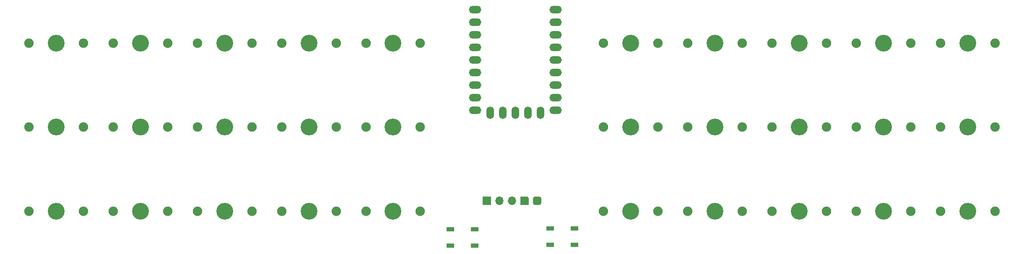
<source format=gts>
%TF.GenerationSoftware,KiCad,Pcbnew,7.0.2*%
%TF.CreationDate,2023-06-15T14:07:21-05:00*%
%TF.ProjectId,Capsule,43617073-756c-4652-9e6b-696361645f70,1.0*%
%TF.SameCoordinates,Original*%
%TF.FileFunction,Soldermask,Top*%
%TF.FilePolarity,Negative*%
%FSLAX46Y46*%
G04 Gerber Fmt 4.6, Leading zero omitted, Abs format (unit mm)*
G04 Created by KiCad (PCBNEW 7.0.2) date 2023-06-15 14:07:21*
%MOMM*%
%LPD*%
G01*
G04 APERTURE LIST*
G04 Aperture macros list*
%AMRoundRect*
0 Rectangle with rounded corners*
0 $1 Rounding radius*
0 $2 $3 $4 $5 $6 $7 $8 $9 X,Y pos of 4 corners*
0 Add a 4 corners polygon primitive as box body*
4,1,4,$2,$3,$4,$5,$6,$7,$8,$9,$2,$3,0*
0 Add four circle primitives for the rounded corners*
1,1,$1+$1,$2,$3*
1,1,$1+$1,$4,$5*
1,1,$1+$1,$6,$7*
1,1,$1+$1,$8,$9*
0 Add four rect primitives between the rounded corners*
20,1,$1+$1,$2,$3,$4,$5,0*
20,1,$1+$1,$4,$5,$6,$7,0*
20,1,$1+$1,$6,$7,$8,$9,0*
20,1,$1+$1,$8,$9,$2,$3,0*%
%AMOutline5P*
0 Free polygon, 5 corners , with rotation*
0 The origin of the aperture is its center*
0 number of corners: always 5*
0 $1 to $10 corner X, Y*
0 $11 Rotation angle, in degrees counterclockwise*
0 create outline with 5 corners*
4,1,5,$1,$2,$3,$4,$5,$6,$7,$8,$9,$10,$1,$2,$11*%
%AMOutline6P*
0 Free polygon, 6 corners , with rotation*
0 The origin of the aperture is its center*
0 number of corners: always 6*
0 $1 to $12 corner X, Y*
0 $13 Rotation angle, in degrees counterclockwise*
0 create outline with 6 corners*
4,1,6,$1,$2,$3,$4,$5,$6,$7,$8,$9,$10,$11,$12,$1,$2,$13*%
%AMOutline7P*
0 Free polygon, 7 corners , with rotation*
0 The origin of the aperture is its center*
0 number of corners: always 7*
0 $1 to $14 corner X, Y*
0 $15 Rotation angle, in degrees counterclockwise*
0 create outline with 7 corners*
4,1,7,$1,$2,$3,$4,$5,$6,$7,$8,$9,$10,$11,$12,$13,$14,$1,$2,$15*%
%AMOutline8P*
0 Free polygon, 8 corners , with rotation*
0 The origin of the aperture is its center*
0 number of corners: always 8*
0 $1 to $16 corner X, Y*
0 $17 Rotation angle, in degrees counterclockwise*
0 create outline with 8 corners*
4,1,8,$1,$2,$3,$4,$5,$6,$7,$8,$9,$10,$11,$12,$13,$14,$15,$16,$1,$2,$17*%
G04 Aperture macros list end*
%ADD10C,1.900000*%
%ADD11C,3.400000*%
%ADD12RoundRect,0.425000X-0.425000X0.425000X-0.425000X-0.425000X0.425000X-0.425000X0.425000X0.425000X0*%
%ADD13Outline5P,-0.850000X0.510000X-0.510000X0.850000X0.850000X0.850000X0.850000X-0.850000X-0.850000X-0.850000X270.000000*%
%ADD14O,1.700000X1.700000*%
%ADD15R,1.700000X1.700000*%
%ADD16R,1.500000X0.900000*%
%ADD17O,2.500000X1.500000*%
%ADD18O,1.500000X2.500000*%
G04 APERTURE END LIST*
D10*
%TO.C,SW15*%
X95000000Y-45600000D03*
D11*
X100500000Y-45600000D03*
D10*
X106000000Y-45600000D03*
%TD*%
%TO.C,SW19*%
X194000000Y-45600000D03*
D11*
X199500000Y-45600000D03*
D10*
X205000000Y-45600000D03*
%TD*%
D12*
%TO.C,Connector1*%
X129620000Y-60500000D03*
D13*
X127080000Y-60500000D03*
D14*
X124540000Y-60500000D03*
X122000000Y-60500000D03*
D15*
X119460000Y-60500000D03*
%TD*%
D10*
%TO.C,SW11*%
X27000000Y-45600000D03*
D11*
X32500000Y-45600000D03*
D10*
X38000000Y-45600000D03*
%TD*%
%TO.C,SW10*%
X211000000Y-28600000D03*
D11*
X216500000Y-28600000D03*
D10*
X222000000Y-28600000D03*
%TD*%
%TO.C,SW22*%
X44000000Y-62600000D03*
D11*
X49500000Y-62600000D03*
D10*
X55000000Y-62600000D03*
%TD*%
%TO.C,SW17*%
X160000000Y-45600000D03*
D11*
X165500000Y-45600000D03*
D10*
X171000000Y-45600000D03*
%TD*%
%TO.C,SW16*%
X143000000Y-45600000D03*
D11*
X148500000Y-45600000D03*
D10*
X154000000Y-45600000D03*
%TD*%
%TO.C,SW24*%
X78000000Y-62600000D03*
D11*
X83500000Y-62600000D03*
D10*
X89000000Y-62600000D03*
%TD*%
%TO.C,SW29*%
X194000000Y-62600000D03*
D11*
X199500000Y-62600000D03*
D10*
X205000000Y-62600000D03*
%TD*%
%TO.C,SW14*%
X78000000Y-45600000D03*
D11*
X83500000Y-45600000D03*
D10*
X89000000Y-45600000D03*
%TD*%
%TO.C,SW5*%
X95000000Y-28600000D03*
D11*
X100500000Y-28600000D03*
D10*
X106000000Y-28600000D03*
%TD*%
%TO.C,SW27*%
X160000000Y-62600000D03*
D11*
X165500000Y-62600000D03*
D10*
X171000000Y-62600000D03*
%TD*%
%TO.C,SW1*%
X27000000Y-28600000D03*
D11*
X32500000Y-28600000D03*
D10*
X38000000Y-28600000D03*
%TD*%
%TO.C,SW28*%
X177000000Y-62600000D03*
D11*
X182500000Y-62600000D03*
D10*
X188000000Y-62600000D03*
%TD*%
%TO.C,SW21*%
X27000000Y-62600000D03*
D11*
X32500000Y-62600000D03*
D10*
X38000000Y-62600000D03*
%TD*%
%TO.C,SW26*%
X143000000Y-62600000D03*
D11*
X148500000Y-62600000D03*
D10*
X154000000Y-62600000D03*
%TD*%
%TO.C,SW20*%
X211000000Y-45600000D03*
D11*
X216500000Y-45600000D03*
D10*
X222000000Y-45600000D03*
%TD*%
%TO.C,SW25*%
X95000000Y-62600000D03*
D11*
X100500000Y-62600000D03*
D10*
X106000000Y-62600000D03*
%TD*%
%TO.C,SW3*%
X61000000Y-28600000D03*
D11*
X66500000Y-28600000D03*
D10*
X72000000Y-28600000D03*
%TD*%
%TO.C,SW12*%
X44000000Y-45600000D03*
D11*
X49500000Y-45600000D03*
D10*
X55000000Y-45600000D03*
%TD*%
%TO.C,SW4*%
X78000000Y-28600000D03*
D11*
X83500000Y-28600000D03*
D10*
X89000000Y-28600000D03*
%TD*%
%TO.C,SW18*%
X177000000Y-45600000D03*
D11*
X182500000Y-45600000D03*
D10*
X188000000Y-45600000D03*
%TD*%
%TO.C,SW23*%
X61000000Y-62600000D03*
D11*
X66500000Y-62600000D03*
D10*
X72000000Y-62600000D03*
%TD*%
%TO.C,SW30*%
X211000000Y-62600000D03*
D11*
X216500000Y-62600000D03*
D10*
X222000000Y-62600000D03*
%TD*%
%TO.C,SW2*%
X44000000Y-28600000D03*
D11*
X49500000Y-28600000D03*
D10*
X55000000Y-28600000D03*
%TD*%
%TO.C,SW8*%
X177000000Y-28600000D03*
D11*
X182500000Y-28600000D03*
D10*
X188000000Y-28600000D03*
%TD*%
%TO.C,SW13*%
X61000000Y-45600000D03*
D11*
X66500000Y-45600000D03*
D10*
X72000000Y-45600000D03*
%TD*%
D16*
%TO.C,LED02*%
X132200000Y-66100000D03*
X132200000Y-69400000D03*
X137100000Y-69400000D03*
X137100000Y-66100000D03*
%TD*%
%TO.C,LED01*%
X112050000Y-66250000D03*
X112050000Y-69550000D03*
X116950000Y-69550000D03*
X116950000Y-66250000D03*
%TD*%
D10*
%TO.C,SW6*%
X143000000Y-28600000D03*
D11*
X148500000Y-28600000D03*
D10*
X154000000Y-28600000D03*
%TD*%
%TO.C,SW7*%
X160000000Y-28600000D03*
D11*
X165500000Y-28600000D03*
D10*
X171000000Y-28600000D03*
%TD*%
%TO.C,SW9*%
X194000000Y-28600000D03*
D11*
X199500000Y-28600000D03*
D10*
X205000000Y-28600000D03*
%TD*%
D17*
%TO.C,U1*%
X117080000Y-21840000D03*
X117080000Y-24380000D03*
X117080000Y-26920000D03*
X117080000Y-29460000D03*
X117080000Y-32000000D03*
X117080000Y-34540000D03*
X117080000Y-37080000D03*
X117080000Y-39620000D03*
X117080000Y-42160000D03*
D18*
X120120000Y-42660000D03*
X122660000Y-42660000D03*
X125200000Y-42660000D03*
X127740000Y-42660000D03*
X130280000Y-42660000D03*
D17*
X133320000Y-42160000D03*
X133320000Y-39620000D03*
X133320000Y-37080000D03*
X133320000Y-34540000D03*
X133320000Y-32000000D03*
X133320000Y-29460000D03*
X133320000Y-26920000D03*
X133320000Y-24380000D03*
X133320000Y-21840000D03*
%TD*%
M02*

</source>
